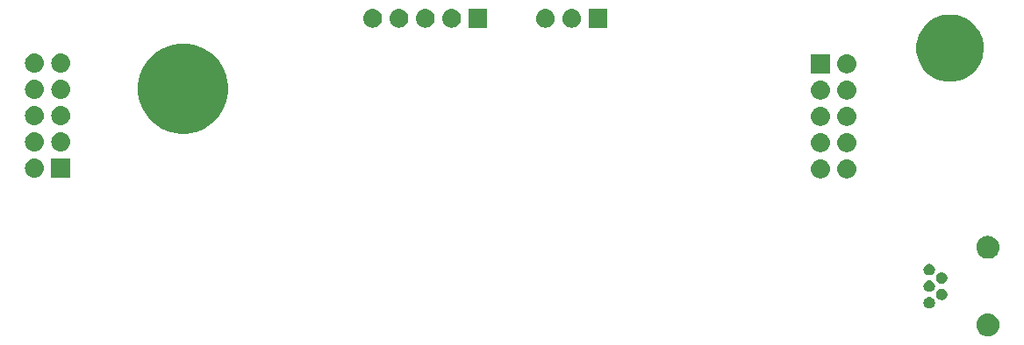
<source format=gbr>
G04 #@! TF.GenerationSoftware,KiCad,Pcbnew,(5.0.2)-1*
G04 #@! TF.CreationDate,2020-01-29T02:21:28+01:00*
G04 #@! TF.ProjectId,fan_controller,66616e5f-636f-46e7-9472-6f6c6c65722e,rev?*
G04 #@! TF.SameCoordinates,Original*
G04 #@! TF.FileFunction,Soldermask,Bot*
G04 #@! TF.FilePolarity,Negative*
%FSLAX46Y46*%
G04 Gerber Fmt 4.6, Leading zero omitted, Abs format (unit mm)*
G04 Created by KiCad (PCBNEW (5.0.2)-1) date 29.01.2020 02:21:28*
%MOMM*%
%LPD*%
G01*
G04 APERTURE LIST*
%ADD10C,0.100000*%
G04 APERTURE END LIST*
D10*
G36*
X130365830Y-63764930D02*
X130365833Y-63764931D01*
X130365834Y-63764931D01*
X130573373Y-63827887D01*
X130573375Y-63827888D01*
X130764644Y-63930123D01*
X130932291Y-64067709D01*
X131069877Y-64235356D01*
X131172112Y-64426625D01*
X131235070Y-64634170D01*
X131256327Y-64850000D01*
X131235070Y-65065830D01*
X131172112Y-65273375D01*
X131069877Y-65464644D01*
X130932291Y-65632291D01*
X130764644Y-65769877D01*
X130573375Y-65872112D01*
X130573373Y-65872113D01*
X130365834Y-65935069D01*
X130365833Y-65935069D01*
X130365830Y-65935070D01*
X130204089Y-65951000D01*
X130095911Y-65951000D01*
X129934170Y-65935070D01*
X129934167Y-65935069D01*
X129934166Y-65935069D01*
X129726627Y-65872113D01*
X129726625Y-65872112D01*
X129535356Y-65769877D01*
X129367709Y-65632291D01*
X129230123Y-65464644D01*
X129127888Y-65273375D01*
X129064930Y-65065830D01*
X129043673Y-64850000D01*
X129064930Y-64634170D01*
X129127888Y-64426625D01*
X129230123Y-64235356D01*
X129367709Y-64067709D01*
X129535356Y-63930123D01*
X129726625Y-63827888D01*
X129726627Y-63827887D01*
X129934166Y-63764931D01*
X129934167Y-63764931D01*
X129934170Y-63764930D01*
X130095911Y-63749000D01*
X130204089Y-63749000D01*
X130365830Y-63764930D01*
X130365830Y-63764930D01*
G37*
G36*
X124660721Y-62170174D02*
X124760995Y-62211709D01*
X124851245Y-62272012D01*
X124927988Y-62348755D01*
X124988291Y-62439005D01*
X125029826Y-62539279D01*
X125051000Y-62645730D01*
X125051000Y-62754270D01*
X125029826Y-62860721D01*
X124988291Y-62960995D01*
X124927988Y-63051245D01*
X124851245Y-63127988D01*
X124760995Y-63188291D01*
X124660721Y-63229826D01*
X124554270Y-63251000D01*
X124445730Y-63251000D01*
X124339279Y-63229826D01*
X124239005Y-63188291D01*
X124148755Y-63127988D01*
X124072012Y-63051245D01*
X124011709Y-62960995D01*
X123970174Y-62860721D01*
X123949000Y-62754270D01*
X123949000Y-62645730D01*
X123970174Y-62539279D01*
X124011709Y-62439005D01*
X124072012Y-62348755D01*
X124148755Y-62272012D01*
X124239005Y-62211709D01*
X124339279Y-62170174D01*
X124445730Y-62149000D01*
X124554270Y-62149000D01*
X124660721Y-62170174D01*
X124660721Y-62170174D01*
G37*
G36*
X125860721Y-61370174D02*
X125960995Y-61411709D01*
X126051245Y-61472012D01*
X126127988Y-61548755D01*
X126188291Y-61639005D01*
X126229826Y-61739279D01*
X126251000Y-61845730D01*
X126251000Y-61954270D01*
X126229826Y-62060721D01*
X126188291Y-62160995D01*
X126127988Y-62251245D01*
X126051245Y-62327988D01*
X125960995Y-62388291D01*
X125860721Y-62429826D01*
X125754270Y-62451000D01*
X125645730Y-62451000D01*
X125539279Y-62429826D01*
X125439005Y-62388291D01*
X125348755Y-62327988D01*
X125272012Y-62251245D01*
X125211709Y-62160995D01*
X125170174Y-62060721D01*
X125149000Y-61954270D01*
X125149000Y-61845730D01*
X125170174Y-61739279D01*
X125211709Y-61639005D01*
X125272012Y-61548755D01*
X125348755Y-61472012D01*
X125439005Y-61411709D01*
X125539279Y-61370174D01*
X125645730Y-61349000D01*
X125754270Y-61349000D01*
X125860721Y-61370174D01*
X125860721Y-61370174D01*
G37*
G36*
X124660721Y-60570174D02*
X124760995Y-60611709D01*
X124851245Y-60672012D01*
X124927988Y-60748755D01*
X124988291Y-60839005D01*
X125029826Y-60939279D01*
X125051000Y-61045730D01*
X125051000Y-61154270D01*
X125029826Y-61260721D01*
X124988291Y-61360995D01*
X124927988Y-61451245D01*
X124851245Y-61527988D01*
X124760995Y-61588291D01*
X124660721Y-61629826D01*
X124554270Y-61651000D01*
X124445730Y-61651000D01*
X124339279Y-61629826D01*
X124239005Y-61588291D01*
X124148755Y-61527988D01*
X124072012Y-61451245D01*
X124011709Y-61360995D01*
X123970174Y-61260721D01*
X123949000Y-61154270D01*
X123949000Y-61045730D01*
X123970174Y-60939279D01*
X124011709Y-60839005D01*
X124072012Y-60748755D01*
X124148755Y-60672012D01*
X124239005Y-60611709D01*
X124339279Y-60570174D01*
X124445730Y-60549000D01*
X124554270Y-60549000D01*
X124660721Y-60570174D01*
X124660721Y-60570174D01*
G37*
G36*
X125860721Y-59770174D02*
X125960995Y-59811709D01*
X126051245Y-59872012D01*
X126127988Y-59948755D01*
X126188291Y-60039005D01*
X126229826Y-60139279D01*
X126251000Y-60245730D01*
X126251000Y-60354270D01*
X126229826Y-60460721D01*
X126188291Y-60560995D01*
X126127988Y-60651245D01*
X126051245Y-60727988D01*
X125960995Y-60788291D01*
X125860721Y-60829826D01*
X125754270Y-60851000D01*
X125645730Y-60851000D01*
X125539279Y-60829826D01*
X125439005Y-60788291D01*
X125348755Y-60727988D01*
X125272012Y-60651245D01*
X125211709Y-60560995D01*
X125170174Y-60460721D01*
X125149000Y-60354270D01*
X125149000Y-60245730D01*
X125170174Y-60139279D01*
X125211709Y-60039005D01*
X125272012Y-59948755D01*
X125348755Y-59872012D01*
X125439005Y-59811709D01*
X125539279Y-59770174D01*
X125645730Y-59749000D01*
X125754270Y-59749000D01*
X125860721Y-59770174D01*
X125860721Y-59770174D01*
G37*
G36*
X124660721Y-58970174D02*
X124760995Y-59011709D01*
X124851245Y-59072012D01*
X124927988Y-59148755D01*
X124988291Y-59239005D01*
X125029826Y-59339279D01*
X125051000Y-59445730D01*
X125051000Y-59554270D01*
X125029826Y-59660721D01*
X124988291Y-59760995D01*
X124927988Y-59851245D01*
X124851245Y-59927988D01*
X124760995Y-59988291D01*
X124660721Y-60029826D01*
X124554270Y-60051000D01*
X124445730Y-60051000D01*
X124339279Y-60029826D01*
X124239005Y-59988291D01*
X124148755Y-59927988D01*
X124072012Y-59851245D01*
X124011709Y-59760995D01*
X123970174Y-59660721D01*
X123949000Y-59554270D01*
X123949000Y-59445730D01*
X123970174Y-59339279D01*
X124011709Y-59239005D01*
X124072012Y-59148755D01*
X124148755Y-59072012D01*
X124239005Y-59011709D01*
X124339279Y-58970174D01*
X124445730Y-58949000D01*
X124554270Y-58949000D01*
X124660721Y-58970174D01*
X124660721Y-58970174D01*
G37*
G36*
X130365830Y-56264930D02*
X130365833Y-56264931D01*
X130365834Y-56264931D01*
X130573373Y-56327887D01*
X130573375Y-56327888D01*
X130764644Y-56430123D01*
X130932291Y-56567709D01*
X131069877Y-56735356D01*
X131172112Y-56926625D01*
X131235070Y-57134170D01*
X131256327Y-57350000D01*
X131235070Y-57565830D01*
X131172112Y-57773375D01*
X131069877Y-57964644D01*
X130932291Y-58132291D01*
X130764644Y-58269877D01*
X130573375Y-58372112D01*
X130573373Y-58372113D01*
X130365834Y-58435069D01*
X130365833Y-58435069D01*
X130365830Y-58435070D01*
X130204089Y-58451000D01*
X130095911Y-58451000D01*
X129934170Y-58435070D01*
X129934167Y-58435069D01*
X129934166Y-58435069D01*
X129726627Y-58372113D01*
X129726625Y-58372112D01*
X129535356Y-58269877D01*
X129367709Y-58132291D01*
X129230123Y-57964644D01*
X129127888Y-57773375D01*
X129064930Y-57565830D01*
X129043673Y-57350000D01*
X129064930Y-57134170D01*
X129127888Y-56926625D01*
X129230123Y-56735356D01*
X129367709Y-56567709D01*
X129535356Y-56430123D01*
X129726625Y-56327888D01*
X129726627Y-56327887D01*
X129934166Y-56264931D01*
X129934167Y-56264931D01*
X129934170Y-56264930D01*
X130095911Y-56249000D01*
X130204089Y-56249000D01*
X130365830Y-56264930D01*
X130365830Y-56264930D01*
G37*
G36*
X114179294Y-48858633D02*
X114351694Y-48910931D01*
X114351696Y-48910932D01*
X114510583Y-48995859D01*
X114649849Y-49110151D01*
X114714901Y-49189417D01*
X114764140Y-49249416D01*
X114849069Y-49408306D01*
X114901367Y-49580706D01*
X114919025Y-49760000D01*
X114901367Y-49939294D01*
X114849069Y-50111694D01*
X114849068Y-50111696D01*
X114764141Y-50270583D01*
X114649849Y-50409849D01*
X114510583Y-50524141D01*
X114351696Y-50609068D01*
X114351694Y-50609069D01*
X114179294Y-50661367D01*
X114044931Y-50674600D01*
X113955069Y-50674600D01*
X113820706Y-50661367D01*
X113648306Y-50609069D01*
X113648304Y-50609068D01*
X113489417Y-50524141D01*
X113350151Y-50409849D01*
X113235859Y-50270583D01*
X113150932Y-50111696D01*
X113150931Y-50111694D01*
X113098633Y-49939294D01*
X113080975Y-49760000D01*
X113098633Y-49580706D01*
X113150931Y-49408306D01*
X113235860Y-49249416D01*
X113285100Y-49189417D01*
X113350151Y-49110151D01*
X113489417Y-48995859D01*
X113648304Y-48910932D01*
X113648306Y-48910931D01*
X113820706Y-48858633D01*
X113955069Y-48845400D01*
X114044931Y-48845400D01*
X114179294Y-48858633D01*
X114179294Y-48858633D01*
G37*
G36*
X116719294Y-48858633D02*
X116891694Y-48910931D01*
X116891696Y-48910932D01*
X117050583Y-48995859D01*
X117189849Y-49110151D01*
X117254901Y-49189417D01*
X117304140Y-49249416D01*
X117389069Y-49408306D01*
X117441367Y-49580706D01*
X117459025Y-49760000D01*
X117441367Y-49939294D01*
X117389069Y-50111694D01*
X117389068Y-50111696D01*
X117304141Y-50270583D01*
X117189849Y-50409849D01*
X117050583Y-50524141D01*
X116891696Y-50609068D01*
X116891694Y-50609069D01*
X116719294Y-50661367D01*
X116584931Y-50674600D01*
X116495069Y-50674600D01*
X116360706Y-50661367D01*
X116188306Y-50609069D01*
X116188304Y-50609068D01*
X116029417Y-50524141D01*
X115890151Y-50409849D01*
X115775859Y-50270583D01*
X115690932Y-50111696D01*
X115690931Y-50111694D01*
X115638633Y-49939294D01*
X115620975Y-49760000D01*
X115638633Y-49580706D01*
X115690931Y-49408306D01*
X115775860Y-49249416D01*
X115825100Y-49189417D01*
X115890151Y-49110151D01*
X116029417Y-48995859D01*
X116188304Y-48910932D01*
X116188306Y-48910931D01*
X116360706Y-48858633D01*
X116495069Y-48845400D01*
X116584931Y-48845400D01*
X116719294Y-48858633D01*
X116719294Y-48858633D01*
G37*
G36*
X38339294Y-48798633D02*
X38511694Y-48850931D01*
X38511696Y-48850932D01*
X38670583Y-48935859D01*
X38809849Y-49050151D01*
X38924141Y-49189417D01*
X39009068Y-49348304D01*
X39009069Y-49348306D01*
X39061367Y-49520706D01*
X39079025Y-49700000D01*
X39061367Y-49879294D01*
X39009069Y-50051694D01*
X39009068Y-50051696D01*
X38924141Y-50210583D01*
X38809849Y-50349849D01*
X38670583Y-50464141D01*
X38558333Y-50524140D01*
X38511694Y-50549069D01*
X38339294Y-50601367D01*
X38204931Y-50614600D01*
X38115069Y-50614600D01*
X37980706Y-50601367D01*
X37808306Y-50549069D01*
X37761667Y-50524140D01*
X37649417Y-50464141D01*
X37510151Y-50349849D01*
X37395859Y-50210583D01*
X37310932Y-50051696D01*
X37310931Y-50051694D01*
X37258633Y-49879294D01*
X37240975Y-49700000D01*
X37258633Y-49520706D01*
X37310931Y-49348306D01*
X37310932Y-49348304D01*
X37395859Y-49189417D01*
X37510151Y-49050151D01*
X37649417Y-48935859D01*
X37808304Y-48850932D01*
X37808306Y-48850931D01*
X37980706Y-48798633D01*
X38115069Y-48785400D01*
X38204931Y-48785400D01*
X38339294Y-48798633D01*
X38339294Y-48798633D01*
G37*
G36*
X41614600Y-50614600D02*
X39785400Y-50614600D01*
X39785400Y-48785400D01*
X41614600Y-48785400D01*
X41614600Y-50614600D01*
X41614600Y-50614600D01*
G37*
G36*
X116719294Y-46318633D02*
X116891694Y-46370931D01*
X116891696Y-46370932D01*
X117050583Y-46455859D01*
X117189849Y-46570151D01*
X117254901Y-46649417D01*
X117304140Y-46709416D01*
X117389069Y-46868306D01*
X117441367Y-47040706D01*
X117459025Y-47220000D01*
X117441367Y-47399294D01*
X117389069Y-47571694D01*
X117389068Y-47571696D01*
X117304141Y-47730583D01*
X117189849Y-47869849D01*
X117050583Y-47984141D01*
X116891696Y-48069068D01*
X116891694Y-48069069D01*
X116719294Y-48121367D01*
X116584931Y-48134600D01*
X116495069Y-48134600D01*
X116360706Y-48121367D01*
X116188306Y-48069069D01*
X116188304Y-48069068D01*
X116029417Y-47984141D01*
X115890151Y-47869849D01*
X115775859Y-47730583D01*
X115690932Y-47571696D01*
X115690931Y-47571694D01*
X115638633Y-47399294D01*
X115620975Y-47220000D01*
X115638633Y-47040706D01*
X115690931Y-46868306D01*
X115775860Y-46709416D01*
X115825100Y-46649417D01*
X115890151Y-46570151D01*
X116029417Y-46455859D01*
X116188304Y-46370932D01*
X116188306Y-46370931D01*
X116360706Y-46318633D01*
X116495069Y-46305400D01*
X116584931Y-46305400D01*
X116719294Y-46318633D01*
X116719294Y-46318633D01*
G37*
G36*
X114179294Y-46318633D02*
X114351694Y-46370931D01*
X114351696Y-46370932D01*
X114510583Y-46455859D01*
X114649849Y-46570151D01*
X114714901Y-46649417D01*
X114764140Y-46709416D01*
X114849069Y-46868306D01*
X114901367Y-47040706D01*
X114919025Y-47220000D01*
X114901367Y-47399294D01*
X114849069Y-47571694D01*
X114849068Y-47571696D01*
X114764141Y-47730583D01*
X114649849Y-47869849D01*
X114510583Y-47984141D01*
X114351696Y-48069068D01*
X114351694Y-48069069D01*
X114179294Y-48121367D01*
X114044931Y-48134600D01*
X113955069Y-48134600D01*
X113820706Y-48121367D01*
X113648306Y-48069069D01*
X113648304Y-48069068D01*
X113489417Y-47984141D01*
X113350151Y-47869849D01*
X113235859Y-47730583D01*
X113150932Y-47571696D01*
X113150931Y-47571694D01*
X113098633Y-47399294D01*
X113080975Y-47220000D01*
X113098633Y-47040706D01*
X113150931Y-46868306D01*
X113235860Y-46709416D01*
X113285100Y-46649417D01*
X113350151Y-46570151D01*
X113489417Y-46455859D01*
X113648304Y-46370932D01*
X113648306Y-46370931D01*
X113820706Y-46318633D01*
X113955069Y-46305400D01*
X114044931Y-46305400D01*
X114179294Y-46318633D01*
X114179294Y-46318633D01*
G37*
G36*
X40879294Y-46258633D02*
X41051694Y-46310931D01*
X41051696Y-46310932D01*
X41210583Y-46395859D01*
X41349849Y-46510151D01*
X41464141Y-46649417D01*
X41549068Y-46808304D01*
X41549069Y-46808306D01*
X41601367Y-46980706D01*
X41619025Y-47160000D01*
X41601367Y-47339294D01*
X41549069Y-47511694D01*
X41549068Y-47511696D01*
X41464141Y-47670583D01*
X41349849Y-47809849D01*
X41210583Y-47924141D01*
X41098333Y-47984140D01*
X41051694Y-48009069D01*
X40879294Y-48061367D01*
X40744931Y-48074600D01*
X40655069Y-48074600D01*
X40520706Y-48061367D01*
X40348306Y-48009069D01*
X40301667Y-47984140D01*
X40189417Y-47924141D01*
X40050151Y-47809849D01*
X39935859Y-47670583D01*
X39850932Y-47511696D01*
X39850931Y-47511694D01*
X39798633Y-47339294D01*
X39780975Y-47160000D01*
X39798633Y-46980706D01*
X39850931Y-46808306D01*
X39850932Y-46808304D01*
X39935859Y-46649417D01*
X40050151Y-46510151D01*
X40189417Y-46395859D01*
X40348304Y-46310932D01*
X40348306Y-46310931D01*
X40520706Y-46258633D01*
X40655069Y-46245400D01*
X40744931Y-46245400D01*
X40879294Y-46258633D01*
X40879294Y-46258633D01*
G37*
G36*
X38339294Y-46258633D02*
X38511694Y-46310931D01*
X38511696Y-46310932D01*
X38670583Y-46395859D01*
X38809849Y-46510151D01*
X38924141Y-46649417D01*
X39009068Y-46808304D01*
X39009069Y-46808306D01*
X39061367Y-46980706D01*
X39079025Y-47160000D01*
X39061367Y-47339294D01*
X39009069Y-47511694D01*
X39009068Y-47511696D01*
X38924141Y-47670583D01*
X38809849Y-47809849D01*
X38670583Y-47924141D01*
X38558333Y-47984140D01*
X38511694Y-48009069D01*
X38339294Y-48061367D01*
X38204931Y-48074600D01*
X38115069Y-48074600D01*
X37980706Y-48061367D01*
X37808306Y-48009069D01*
X37761667Y-47984140D01*
X37649417Y-47924141D01*
X37510151Y-47809849D01*
X37395859Y-47670583D01*
X37310932Y-47511696D01*
X37310931Y-47511694D01*
X37258633Y-47339294D01*
X37240975Y-47160000D01*
X37258633Y-46980706D01*
X37310931Y-46808306D01*
X37310932Y-46808304D01*
X37395859Y-46649417D01*
X37510151Y-46510151D01*
X37649417Y-46395859D01*
X37808304Y-46310932D01*
X37808306Y-46310931D01*
X37980706Y-46258633D01*
X38115069Y-46245400D01*
X38204931Y-46245400D01*
X38339294Y-46258633D01*
X38339294Y-46258633D01*
G37*
G36*
X53015670Y-37666332D02*
X53769140Y-37816206D01*
X54560972Y-38144193D01*
X55273601Y-38620357D01*
X55879643Y-39226399D01*
X56355807Y-39939028D01*
X56683794Y-40730860D01*
X56795199Y-41290932D01*
X56851000Y-41571463D01*
X56851000Y-42428537D01*
X56847928Y-42443980D01*
X56683794Y-43269140D01*
X56355807Y-44060972D01*
X55879643Y-44773601D01*
X55273601Y-45379643D01*
X54560972Y-45855807D01*
X53769140Y-46183794D01*
X53091256Y-46318633D01*
X52928537Y-46351000D01*
X52071463Y-46351000D01*
X51908744Y-46318633D01*
X51230860Y-46183794D01*
X50439028Y-45855807D01*
X49726399Y-45379643D01*
X49120357Y-44773601D01*
X48644193Y-44060972D01*
X48316206Y-43269140D01*
X48152072Y-42443980D01*
X48149000Y-42428537D01*
X48149000Y-41571463D01*
X48204801Y-41290932D01*
X48316206Y-40730860D01*
X48644193Y-39939028D01*
X49120357Y-39226399D01*
X49726399Y-38620357D01*
X50439028Y-38144193D01*
X51230860Y-37816206D01*
X51984330Y-37666332D01*
X52071463Y-37649000D01*
X52928537Y-37649000D01*
X53015670Y-37666332D01*
X53015670Y-37666332D01*
G37*
G36*
X116719294Y-43778633D02*
X116891694Y-43830931D01*
X116891696Y-43830932D01*
X117050583Y-43915859D01*
X117189849Y-44030151D01*
X117254901Y-44109417D01*
X117304140Y-44169416D01*
X117389069Y-44328306D01*
X117441367Y-44500706D01*
X117459025Y-44680000D01*
X117441367Y-44859294D01*
X117402418Y-44987688D01*
X117389068Y-45031696D01*
X117304141Y-45190583D01*
X117189849Y-45329849D01*
X117050583Y-45444141D01*
X116891696Y-45529068D01*
X116891694Y-45529069D01*
X116719294Y-45581367D01*
X116584931Y-45594600D01*
X116495069Y-45594600D01*
X116360706Y-45581367D01*
X116188306Y-45529069D01*
X116188304Y-45529068D01*
X116029417Y-45444141D01*
X115890151Y-45329849D01*
X115775859Y-45190583D01*
X115690932Y-45031696D01*
X115677582Y-44987688D01*
X115638633Y-44859294D01*
X115620975Y-44680000D01*
X115638633Y-44500706D01*
X115690931Y-44328306D01*
X115775860Y-44169416D01*
X115825100Y-44109417D01*
X115890151Y-44030151D01*
X116029417Y-43915859D01*
X116188304Y-43830932D01*
X116188306Y-43830931D01*
X116360706Y-43778633D01*
X116495069Y-43765400D01*
X116584931Y-43765400D01*
X116719294Y-43778633D01*
X116719294Y-43778633D01*
G37*
G36*
X114179294Y-43778633D02*
X114351694Y-43830931D01*
X114351696Y-43830932D01*
X114510583Y-43915859D01*
X114649849Y-44030151D01*
X114714901Y-44109417D01*
X114764140Y-44169416D01*
X114849069Y-44328306D01*
X114901367Y-44500706D01*
X114919025Y-44680000D01*
X114901367Y-44859294D01*
X114862418Y-44987688D01*
X114849068Y-45031696D01*
X114764141Y-45190583D01*
X114649849Y-45329849D01*
X114510583Y-45444141D01*
X114351696Y-45529068D01*
X114351694Y-45529069D01*
X114179294Y-45581367D01*
X114044931Y-45594600D01*
X113955069Y-45594600D01*
X113820706Y-45581367D01*
X113648306Y-45529069D01*
X113648304Y-45529068D01*
X113489417Y-45444141D01*
X113350151Y-45329849D01*
X113235859Y-45190583D01*
X113150932Y-45031696D01*
X113137582Y-44987688D01*
X113098633Y-44859294D01*
X113080975Y-44680000D01*
X113098633Y-44500706D01*
X113150931Y-44328306D01*
X113235860Y-44169416D01*
X113285100Y-44109417D01*
X113350151Y-44030151D01*
X113489417Y-43915859D01*
X113648304Y-43830932D01*
X113648306Y-43830931D01*
X113820706Y-43778633D01*
X113955069Y-43765400D01*
X114044931Y-43765400D01*
X114179294Y-43778633D01*
X114179294Y-43778633D01*
G37*
G36*
X40879294Y-43718633D02*
X41051694Y-43770931D01*
X41051696Y-43770932D01*
X41210583Y-43855859D01*
X41349849Y-43970151D01*
X41464141Y-44109417D01*
X41549068Y-44268304D01*
X41549069Y-44268306D01*
X41601367Y-44440706D01*
X41619025Y-44620000D01*
X41601367Y-44799294D01*
X41569109Y-44905631D01*
X41549068Y-44971696D01*
X41464141Y-45130583D01*
X41349849Y-45269849D01*
X41210583Y-45384141D01*
X41051696Y-45469068D01*
X41051694Y-45469069D01*
X40879294Y-45521367D01*
X40744931Y-45534600D01*
X40655069Y-45534600D01*
X40520706Y-45521367D01*
X40348306Y-45469069D01*
X40348304Y-45469068D01*
X40189417Y-45384141D01*
X40050151Y-45269849D01*
X39935859Y-45130583D01*
X39850932Y-44971696D01*
X39830891Y-44905631D01*
X39798633Y-44799294D01*
X39780975Y-44620000D01*
X39798633Y-44440706D01*
X39850931Y-44268306D01*
X39850932Y-44268304D01*
X39935859Y-44109417D01*
X40050151Y-43970151D01*
X40189417Y-43855859D01*
X40348304Y-43770932D01*
X40348306Y-43770931D01*
X40520706Y-43718633D01*
X40655069Y-43705400D01*
X40744931Y-43705400D01*
X40879294Y-43718633D01*
X40879294Y-43718633D01*
G37*
G36*
X38339294Y-43718633D02*
X38511694Y-43770931D01*
X38511696Y-43770932D01*
X38670583Y-43855859D01*
X38809849Y-43970151D01*
X38924141Y-44109417D01*
X39009068Y-44268304D01*
X39009069Y-44268306D01*
X39061367Y-44440706D01*
X39079025Y-44620000D01*
X39061367Y-44799294D01*
X39029109Y-44905631D01*
X39009068Y-44971696D01*
X38924141Y-45130583D01*
X38809849Y-45269849D01*
X38670583Y-45384141D01*
X38511696Y-45469068D01*
X38511694Y-45469069D01*
X38339294Y-45521367D01*
X38204931Y-45534600D01*
X38115069Y-45534600D01*
X37980706Y-45521367D01*
X37808306Y-45469069D01*
X37808304Y-45469068D01*
X37649417Y-45384141D01*
X37510151Y-45269849D01*
X37395859Y-45130583D01*
X37310932Y-44971696D01*
X37290891Y-44905631D01*
X37258633Y-44799294D01*
X37240975Y-44620000D01*
X37258633Y-44440706D01*
X37310931Y-44268306D01*
X37310932Y-44268304D01*
X37395859Y-44109417D01*
X37510151Y-43970151D01*
X37649417Y-43855859D01*
X37808304Y-43770932D01*
X37808306Y-43770931D01*
X37980706Y-43718633D01*
X38115069Y-43705400D01*
X38204931Y-43705400D01*
X38339294Y-43718633D01*
X38339294Y-43718633D01*
G37*
G36*
X114179294Y-41238633D02*
X114351694Y-41290931D01*
X114351696Y-41290932D01*
X114510583Y-41375859D01*
X114649849Y-41490151D01*
X114714901Y-41569417D01*
X114764140Y-41629416D01*
X114849069Y-41788306D01*
X114901367Y-41960706D01*
X114919025Y-42140000D01*
X114901367Y-42319294D01*
X114863543Y-42443980D01*
X114849068Y-42491696D01*
X114764141Y-42650583D01*
X114649849Y-42789849D01*
X114510583Y-42904141D01*
X114351696Y-42989068D01*
X114351694Y-42989069D01*
X114179294Y-43041367D01*
X114044931Y-43054600D01*
X113955069Y-43054600D01*
X113820706Y-43041367D01*
X113648306Y-42989069D01*
X113648304Y-42989068D01*
X113489417Y-42904141D01*
X113350151Y-42789849D01*
X113235859Y-42650583D01*
X113150932Y-42491696D01*
X113136457Y-42443980D01*
X113098633Y-42319294D01*
X113080975Y-42140000D01*
X113098633Y-41960706D01*
X113150931Y-41788306D01*
X113235860Y-41629416D01*
X113285100Y-41569417D01*
X113350151Y-41490151D01*
X113489417Y-41375859D01*
X113648304Y-41290932D01*
X113648306Y-41290931D01*
X113820706Y-41238633D01*
X113955069Y-41225400D01*
X114044931Y-41225400D01*
X114179294Y-41238633D01*
X114179294Y-41238633D01*
G37*
G36*
X116719294Y-41238633D02*
X116891694Y-41290931D01*
X116891696Y-41290932D01*
X117050583Y-41375859D01*
X117189849Y-41490151D01*
X117254901Y-41569417D01*
X117304140Y-41629416D01*
X117389069Y-41788306D01*
X117441367Y-41960706D01*
X117459025Y-42140000D01*
X117441367Y-42319294D01*
X117403543Y-42443980D01*
X117389068Y-42491696D01*
X117304141Y-42650583D01*
X117189849Y-42789849D01*
X117050583Y-42904141D01*
X116891696Y-42989068D01*
X116891694Y-42989069D01*
X116719294Y-43041367D01*
X116584931Y-43054600D01*
X116495069Y-43054600D01*
X116360706Y-43041367D01*
X116188306Y-42989069D01*
X116188304Y-42989068D01*
X116029417Y-42904141D01*
X115890151Y-42789849D01*
X115775859Y-42650583D01*
X115690932Y-42491696D01*
X115676457Y-42443980D01*
X115638633Y-42319294D01*
X115620975Y-42140000D01*
X115638633Y-41960706D01*
X115690931Y-41788306D01*
X115775860Y-41629416D01*
X115825100Y-41569417D01*
X115890151Y-41490151D01*
X116029417Y-41375859D01*
X116188304Y-41290932D01*
X116188306Y-41290931D01*
X116360706Y-41238633D01*
X116495069Y-41225400D01*
X116584931Y-41225400D01*
X116719294Y-41238633D01*
X116719294Y-41238633D01*
G37*
G36*
X38339294Y-41178633D02*
X38511694Y-41230931D01*
X38511696Y-41230932D01*
X38670583Y-41315859D01*
X38809849Y-41430151D01*
X38924141Y-41569417D01*
X38983586Y-41680631D01*
X39009069Y-41728306D01*
X39061367Y-41900706D01*
X39079025Y-42080000D01*
X39061367Y-42259294D01*
X39009069Y-42431694D01*
X39009068Y-42431696D01*
X38924141Y-42590583D01*
X38809849Y-42729849D01*
X38670583Y-42844141D01*
X38558333Y-42904140D01*
X38511694Y-42929069D01*
X38339294Y-42981367D01*
X38204931Y-42994600D01*
X38115069Y-42994600D01*
X37980706Y-42981367D01*
X37808306Y-42929069D01*
X37761667Y-42904140D01*
X37649417Y-42844141D01*
X37510151Y-42729849D01*
X37395859Y-42590583D01*
X37310932Y-42431696D01*
X37310931Y-42431694D01*
X37258633Y-42259294D01*
X37240975Y-42080000D01*
X37258633Y-41900706D01*
X37310931Y-41728306D01*
X37336414Y-41680631D01*
X37395859Y-41569417D01*
X37510151Y-41430151D01*
X37649417Y-41315859D01*
X37808304Y-41230932D01*
X37808306Y-41230931D01*
X37980706Y-41178633D01*
X38115069Y-41165400D01*
X38204931Y-41165400D01*
X38339294Y-41178633D01*
X38339294Y-41178633D01*
G37*
G36*
X40879294Y-41178633D02*
X41051694Y-41230931D01*
X41051696Y-41230932D01*
X41210583Y-41315859D01*
X41349849Y-41430151D01*
X41464141Y-41569417D01*
X41523586Y-41680631D01*
X41549069Y-41728306D01*
X41601367Y-41900706D01*
X41619025Y-42080000D01*
X41601367Y-42259294D01*
X41549069Y-42431694D01*
X41549068Y-42431696D01*
X41464141Y-42590583D01*
X41349849Y-42729849D01*
X41210583Y-42844141D01*
X41098333Y-42904140D01*
X41051694Y-42929069D01*
X40879294Y-42981367D01*
X40744931Y-42994600D01*
X40655069Y-42994600D01*
X40520706Y-42981367D01*
X40348306Y-42929069D01*
X40301667Y-42904140D01*
X40189417Y-42844141D01*
X40050151Y-42729849D01*
X39935859Y-42590583D01*
X39850932Y-42431696D01*
X39850931Y-42431694D01*
X39798633Y-42259294D01*
X39780975Y-42080000D01*
X39798633Y-41900706D01*
X39850931Y-41728306D01*
X39876414Y-41680631D01*
X39935859Y-41569417D01*
X40050151Y-41430151D01*
X40189417Y-41315859D01*
X40348304Y-41230932D01*
X40348306Y-41230931D01*
X40520706Y-41178633D01*
X40655069Y-41165400D01*
X40744931Y-41165400D01*
X40879294Y-41178633D01*
X40879294Y-41178633D01*
G37*
G36*
X127134239Y-34911467D02*
X127448282Y-34973934D01*
X128039926Y-35219001D01*
X128329523Y-35412504D01*
X128572395Y-35574786D01*
X129025214Y-36027605D01*
X129025216Y-36027608D01*
X129380999Y-36560074D01*
X129502724Y-36853944D01*
X129626066Y-37151719D01*
X129751000Y-37779803D01*
X129751000Y-38420197D01*
X129697147Y-38690932D01*
X129626066Y-39048282D01*
X129380999Y-39639926D01*
X129066515Y-40110584D01*
X129025214Y-40172395D01*
X128572395Y-40625214D01*
X128572392Y-40625216D01*
X128039926Y-40980999D01*
X127448282Y-41226066D01*
X127385103Y-41238633D01*
X126820197Y-41351000D01*
X126179803Y-41351000D01*
X125614897Y-41238633D01*
X125551718Y-41226066D01*
X124960074Y-40980999D01*
X124427608Y-40625216D01*
X124427605Y-40625214D01*
X123974786Y-40172395D01*
X123933485Y-40110584D01*
X123619001Y-39639926D01*
X123373934Y-39048282D01*
X123302853Y-38690932D01*
X123249000Y-38420197D01*
X123249000Y-37779803D01*
X123373934Y-37151719D01*
X123497276Y-36853944D01*
X123619001Y-36560074D01*
X123974784Y-36027608D01*
X123974786Y-36027605D01*
X124427605Y-35574786D01*
X124670477Y-35412504D01*
X124960074Y-35219001D01*
X125551718Y-34973934D01*
X125865761Y-34911467D01*
X126179803Y-34849000D01*
X126820197Y-34849000D01*
X127134239Y-34911467D01*
X127134239Y-34911467D01*
G37*
G36*
X114914600Y-40514600D02*
X113085400Y-40514600D01*
X113085400Y-38685400D01*
X114914600Y-38685400D01*
X114914600Y-40514600D01*
X114914600Y-40514600D01*
G37*
G36*
X116719294Y-38698633D02*
X116891694Y-38750931D01*
X116891696Y-38750932D01*
X117050583Y-38835859D01*
X117189849Y-38950151D01*
X117304141Y-39089417D01*
X117383472Y-39237834D01*
X117389069Y-39248306D01*
X117441367Y-39420706D01*
X117459025Y-39600000D01*
X117441367Y-39779294D01*
X117389069Y-39951694D01*
X117389068Y-39951696D01*
X117304141Y-40110583D01*
X117189849Y-40249849D01*
X117050583Y-40364141D01*
X116891696Y-40449068D01*
X116891694Y-40449069D01*
X116719294Y-40501367D01*
X116584931Y-40514600D01*
X116495069Y-40514600D01*
X116360706Y-40501367D01*
X116188306Y-40449069D01*
X116188304Y-40449068D01*
X116029417Y-40364141D01*
X115890151Y-40249849D01*
X115775859Y-40110583D01*
X115690932Y-39951696D01*
X115690931Y-39951694D01*
X115638633Y-39779294D01*
X115620975Y-39600000D01*
X115638633Y-39420706D01*
X115690931Y-39248306D01*
X115696528Y-39237834D01*
X115775859Y-39089417D01*
X115890151Y-38950151D01*
X116029417Y-38835859D01*
X116188304Y-38750932D01*
X116188306Y-38750931D01*
X116360706Y-38698633D01*
X116495069Y-38685400D01*
X116584931Y-38685400D01*
X116719294Y-38698633D01*
X116719294Y-38698633D01*
G37*
G36*
X38339294Y-38638633D02*
X38511694Y-38690931D01*
X38511696Y-38690932D01*
X38670583Y-38775859D01*
X38809849Y-38890151D01*
X38924141Y-39029417D01*
X38996158Y-39164152D01*
X39009069Y-39188306D01*
X39061367Y-39360706D01*
X39079025Y-39540000D01*
X39061367Y-39719294D01*
X39016949Y-39865717D01*
X39009068Y-39891696D01*
X38924141Y-40050583D01*
X38809849Y-40189849D01*
X38670583Y-40304141D01*
X38558333Y-40364140D01*
X38511694Y-40389069D01*
X38339294Y-40441367D01*
X38204931Y-40454600D01*
X38115069Y-40454600D01*
X37980706Y-40441367D01*
X37808306Y-40389069D01*
X37761667Y-40364140D01*
X37649417Y-40304141D01*
X37510151Y-40189849D01*
X37395859Y-40050583D01*
X37310932Y-39891696D01*
X37303051Y-39865717D01*
X37258633Y-39719294D01*
X37240975Y-39540000D01*
X37258633Y-39360706D01*
X37310931Y-39188306D01*
X37323842Y-39164152D01*
X37395859Y-39029417D01*
X37510151Y-38890151D01*
X37649417Y-38775859D01*
X37808304Y-38690932D01*
X37808306Y-38690931D01*
X37980706Y-38638633D01*
X38115069Y-38625400D01*
X38204931Y-38625400D01*
X38339294Y-38638633D01*
X38339294Y-38638633D01*
G37*
G36*
X40879294Y-38638633D02*
X41051694Y-38690931D01*
X41051696Y-38690932D01*
X41210583Y-38775859D01*
X41349849Y-38890151D01*
X41464141Y-39029417D01*
X41536158Y-39164152D01*
X41549069Y-39188306D01*
X41601367Y-39360706D01*
X41619025Y-39540000D01*
X41601367Y-39719294D01*
X41556949Y-39865717D01*
X41549068Y-39891696D01*
X41464141Y-40050583D01*
X41349849Y-40189849D01*
X41210583Y-40304141D01*
X41098333Y-40364140D01*
X41051694Y-40389069D01*
X40879294Y-40441367D01*
X40744931Y-40454600D01*
X40655069Y-40454600D01*
X40520706Y-40441367D01*
X40348306Y-40389069D01*
X40301667Y-40364140D01*
X40189417Y-40304141D01*
X40050151Y-40189849D01*
X39935859Y-40050583D01*
X39850932Y-39891696D01*
X39843051Y-39865717D01*
X39798633Y-39719294D01*
X39780975Y-39540000D01*
X39798633Y-39360706D01*
X39850931Y-39188306D01*
X39863842Y-39164152D01*
X39935859Y-39029417D01*
X40050151Y-38890151D01*
X40189417Y-38775859D01*
X40348304Y-38690932D01*
X40348306Y-38690931D01*
X40520706Y-38638633D01*
X40655069Y-38625400D01*
X40744931Y-38625400D01*
X40879294Y-38638633D01*
X40879294Y-38638633D01*
G37*
G36*
X87562643Y-34309919D02*
X87628827Y-34316437D01*
X87742053Y-34350784D01*
X87798667Y-34367957D01*
X87937287Y-34442052D01*
X87955191Y-34451622D01*
X87990929Y-34480952D01*
X88092386Y-34564214D01*
X88175648Y-34665671D01*
X88204978Y-34701409D01*
X88204979Y-34701411D01*
X88288643Y-34857933D01*
X88288643Y-34857934D01*
X88340163Y-35027773D01*
X88357559Y-35204400D01*
X88340163Y-35381027D01*
X88308207Y-35486371D01*
X88288643Y-35550867D01*
X88232672Y-35655580D01*
X88204978Y-35707391D01*
X88175648Y-35743129D01*
X88092386Y-35844586D01*
X87990929Y-35927848D01*
X87955191Y-35957178D01*
X87955189Y-35957179D01*
X87798667Y-36040843D01*
X87742053Y-36058016D01*
X87628827Y-36092363D01*
X87562642Y-36098882D01*
X87496460Y-36105400D01*
X87407940Y-36105400D01*
X87341758Y-36098882D01*
X87275573Y-36092363D01*
X87162347Y-36058016D01*
X87105733Y-36040843D01*
X86949211Y-35957179D01*
X86949209Y-35957178D01*
X86913471Y-35927848D01*
X86812014Y-35844586D01*
X86728752Y-35743129D01*
X86699422Y-35707391D01*
X86671728Y-35655580D01*
X86615757Y-35550867D01*
X86596193Y-35486371D01*
X86564237Y-35381027D01*
X86546841Y-35204400D01*
X86564237Y-35027773D01*
X86615757Y-34857934D01*
X86615757Y-34857933D01*
X86699421Y-34701411D01*
X86699422Y-34701409D01*
X86728752Y-34665671D01*
X86812014Y-34564214D01*
X86913471Y-34480952D01*
X86949209Y-34451622D01*
X86967113Y-34442052D01*
X87105733Y-34367957D01*
X87162347Y-34350784D01*
X87275573Y-34316437D01*
X87341757Y-34309919D01*
X87407940Y-34303400D01*
X87496460Y-34303400D01*
X87562643Y-34309919D01*
X87562643Y-34309919D01*
G37*
G36*
X81850800Y-36105400D02*
X80048800Y-36105400D01*
X80048800Y-34303400D01*
X81850800Y-34303400D01*
X81850800Y-36105400D01*
X81850800Y-36105400D01*
G37*
G36*
X78520243Y-34309919D02*
X78586427Y-34316437D01*
X78699653Y-34350784D01*
X78756267Y-34367957D01*
X78894887Y-34442052D01*
X78912791Y-34451622D01*
X78948529Y-34480952D01*
X79049986Y-34564214D01*
X79133248Y-34665671D01*
X79162578Y-34701409D01*
X79162579Y-34701411D01*
X79246243Y-34857933D01*
X79246243Y-34857934D01*
X79297763Y-35027773D01*
X79315159Y-35204400D01*
X79297763Y-35381027D01*
X79265807Y-35486371D01*
X79246243Y-35550867D01*
X79190272Y-35655580D01*
X79162578Y-35707391D01*
X79133248Y-35743129D01*
X79049986Y-35844586D01*
X78948529Y-35927848D01*
X78912791Y-35957178D01*
X78912789Y-35957179D01*
X78756267Y-36040843D01*
X78699653Y-36058016D01*
X78586427Y-36092363D01*
X78520242Y-36098882D01*
X78454060Y-36105400D01*
X78365540Y-36105400D01*
X78299358Y-36098882D01*
X78233173Y-36092363D01*
X78119947Y-36058016D01*
X78063333Y-36040843D01*
X77906811Y-35957179D01*
X77906809Y-35957178D01*
X77871071Y-35927848D01*
X77769614Y-35844586D01*
X77686352Y-35743129D01*
X77657022Y-35707391D01*
X77629328Y-35655580D01*
X77573357Y-35550867D01*
X77553793Y-35486371D01*
X77521837Y-35381027D01*
X77504441Y-35204400D01*
X77521837Y-35027773D01*
X77573357Y-34857934D01*
X77573357Y-34857933D01*
X77657021Y-34701411D01*
X77657022Y-34701409D01*
X77686352Y-34665671D01*
X77769614Y-34564214D01*
X77871071Y-34480952D01*
X77906809Y-34451622D01*
X77924713Y-34442052D01*
X78063333Y-34367957D01*
X78119947Y-34350784D01*
X78233173Y-34316437D01*
X78299357Y-34309919D01*
X78365540Y-34303400D01*
X78454060Y-34303400D01*
X78520243Y-34309919D01*
X78520243Y-34309919D01*
G37*
G36*
X75980243Y-34309919D02*
X76046427Y-34316437D01*
X76159653Y-34350784D01*
X76216267Y-34367957D01*
X76354887Y-34442052D01*
X76372791Y-34451622D01*
X76408529Y-34480952D01*
X76509986Y-34564214D01*
X76593248Y-34665671D01*
X76622578Y-34701409D01*
X76622579Y-34701411D01*
X76706243Y-34857933D01*
X76706243Y-34857934D01*
X76757763Y-35027773D01*
X76775159Y-35204400D01*
X76757763Y-35381027D01*
X76725807Y-35486371D01*
X76706243Y-35550867D01*
X76650272Y-35655580D01*
X76622578Y-35707391D01*
X76593248Y-35743129D01*
X76509986Y-35844586D01*
X76408529Y-35927848D01*
X76372791Y-35957178D01*
X76372789Y-35957179D01*
X76216267Y-36040843D01*
X76159653Y-36058016D01*
X76046427Y-36092363D01*
X75980242Y-36098882D01*
X75914060Y-36105400D01*
X75825540Y-36105400D01*
X75759358Y-36098882D01*
X75693173Y-36092363D01*
X75579947Y-36058016D01*
X75523333Y-36040843D01*
X75366811Y-35957179D01*
X75366809Y-35957178D01*
X75331071Y-35927848D01*
X75229614Y-35844586D01*
X75146352Y-35743129D01*
X75117022Y-35707391D01*
X75089328Y-35655580D01*
X75033357Y-35550867D01*
X75013793Y-35486371D01*
X74981837Y-35381027D01*
X74964441Y-35204400D01*
X74981837Y-35027773D01*
X75033357Y-34857934D01*
X75033357Y-34857933D01*
X75117021Y-34701411D01*
X75117022Y-34701409D01*
X75146352Y-34665671D01*
X75229614Y-34564214D01*
X75331071Y-34480952D01*
X75366809Y-34451622D01*
X75384713Y-34442052D01*
X75523333Y-34367957D01*
X75579947Y-34350784D01*
X75693173Y-34316437D01*
X75759357Y-34309919D01*
X75825540Y-34303400D01*
X75914060Y-34303400D01*
X75980243Y-34309919D01*
X75980243Y-34309919D01*
G37*
G36*
X73440243Y-34309919D02*
X73506427Y-34316437D01*
X73619653Y-34350784D01*
X73676267Y-34367957D01*
X73814887Y-34442052D01*
X73832791Y-34451622D01*
X73868529Y-34480952D01*
X73969986Y-34564214D01*
X74053248Y-34665671D01*
X74082578Y-34701409D01*
X74082579Y-34701411D01*
X74166243Y-34857933D01*
X74166243Y-34857934D01*
X74217763Y-35027773D01*
X74235159Y-35204400D01*
X74217763Y-35381027D01*
X74185807Y-35486371D01*
X74166243Y-35550867D01*
X74110272Y-35655580D01*
X74082578Y-35707391D01*
X74053248Y-35743129D01*
X73969986Y-35844586D01*
X73868529Y-35927848D01*
X73832791Y-35957178D01*
X73832789Y-35957179D01*
X73676267Y-36040843D01*
X73619653Y-36058016D01*
X73506427Y-36092363D01*
X73440242Y-36098882D01*
X73374060Y-36105400D01*
X73285540Y-36105400D01*
X73219358Y-36098882D01*
X73153173Y-36092363D01*
X73039947Y-36058016D01*
X72983333Y-36040843D01*
X72826811Y-35957179D01*
X72826809Y-35957178D01*
X72791071Y-35927848D01*
X72689614Y-35844586D01*
X72606352Y-35743129D01*
X72577022Y-35707391D01*
X72549328Y-35655580D01*
X72493357Y-35550867D01*
X72473793Y-35486371D01*
X72441837Y-35381027D01*
X72424441Y-35204400D01*
X72441837Y-35027773D01*
X72493357Y-34857934D01*
X72493357Y-34857933D01*
X72577021Y-34701411D01*
X72577022Y-34701409D01*
X72606352Y-34665671D01*
X72689614Y-34564214D01*
X72791071Y-34480952D01*
X72826809Y-34451622D01*
X72844713Y-34442052D01*
X72983333Y-34367957D01*
X73039947Y-34350784D01*
X73153173Y-34316437D01*
X73219357Y-34309919D01*
X73285540Y-34303400D01*
X73374060Y-34303400D01*
X73440243Y-34309919D01*
X73440243Y-34309919D01*
G37*
G36*
X70900243Y-34309919D02*
X70966427Y-34316437D01*
X71079653Y-34350784D01*
X71136267Y-34367957D01*
X71274887Y-34442052D01*
X71292791Y-34451622D01*
X71328529Y-34480952D01*
X71429986Y-34564214D01*
X71513248Y-34665671D01*
X71542578Y-34701409D01*
X71542579Y-34701411D01*
X71626243Y-34857933D01*
X71626243Y-34857934D01*
X71677763Y-35027773D01*
X71695159Y-35204400D01*
X71677763Y-35381027D01*
X71645807Y-35486371D01*
X71626243Y-35550867D01*
X71570272Y-35655580D01*
X71542578Y-35707391D01*
X71513248Y-35743129D01*
X71429986Y-35844586D01*
X71328529Y-35927848D01*
X71292791Y-35957178D01*
X71292789Y-35957179D01*
X71136267Y-36040843D01*
X71079653Y-36058016D01*
X70966427Y-36092363D01*
X70900242Y-36098882D01*
X70834060Y-36105400D01*
X70745540Y-36105400D01*
X70679358Y-36098882D01*
X70613173Y-36092363D01*
X70499947Y-36058016D01*
X70443333Y-36040843D01*
X70286811Y-35957179D01*
X70286809Y-35957178D01*
X70251071Y-35927848D01*
X70149614Y-35844586D01*
X70066352Y-35743129D01*
X70037022Y-35707391D01*
X70009328Y-35655580D01*
X69953357Y-35550867D01*
X69933793Y-35486371D01*
X69901837Y-35381027D01*
X69884441Y-35204400D01*
X69901837Y-35027773D01*
X69953357Y-34857934D01*
X69953357Y-34857933D01*
X70037021Y-34701411D01*
X70037022Y-34701409D01*
X70066352Y-34665671D01*
X70149614Y-34564214D01*
X70251071Y-34480952D01*
X70286809Y-34451622D01*
X70304713Y-34442052D01*
X70443333Y-34367957D01*
X70499947Y-34350784D01*
X70613173Y-34316437D01*
X70679357Y-34309919D01*
X70745540Y-34303400D01*
X70834060Y-34303400D01*
X70900243Y-34309919D01*
X70900243Y-34309919D01*
G37*
G36*
X90102643Y-34309919D02*
X90168827Y-34316437D01*
X90282053Y-34350784D01*
X90338667Y-34367957D01*
X90477287Y-34442052D01*
X90495191Y-34451622D01*
X90530929Y-34480952D01*
X90632386Y-34564214D01*
X90715648Y-34665671D01*
X90744978Y-34701409D01*
X90744979Y-34701411D01*
X90828643Y-34857933D01*
X90828643Y-34857934D01*
X90880163Y-35027773D01*
X90897559Y-35204400D01*
X90880163Y-35381027D01*
X90848207Y-35486371D01*
X90828643Y-35550867D01*
X90772672Y-35655580D01*
X90744978Y-35707391D01*
X90715648Y-35743129D01*
X90632386Y-35844586D01*
X90530929Y-35927848D01*
X90495191Y-35957178D01*
X90495189Y-35957179D01*
X90338667Y-36040843D01*
X90282053Y-36058016D01*
X90168827Y-36092363D01*
X90102642Y-36098882D01*
X90036460Y-36105400D01*
X89947940Y-36105400D01*
X89881758Y-36098882D01*
X89815573Y-36092363D01*
X89702347Y-36058016D01*
X89645733Y-36040843D01*
X89489211Y-35957179D01*
X89489209Y-35957178D01*
X89453471Y-35927848D01*
X89352014Y-35844586D01*
X89268752Y-35743129D01*
X89239422Y-35707391D01*
X89211728Y-35655580D01*
X89155757Y-35550867D01*
X89136193Y-35486371D01*
X89104237Y-35381027D01*
X89086841Y-35204400D01*
X89104237Y-35027773D01*
X89155757Y-34857934D01*
X89155757Y-34857933D01*
X89239421Y-34701411D01*
X89239422Y-34701409D01*
X89268752Y-34665671D01*
X89352014Y-34564214D01*
X89453471Y-34480952D01*
X89489209Y-34451622D01*
X89507113Y-34442052D01*
X89645733Y-34367957D01*
X89702347Y-34350784D01*
X89815573Y-34316437D01*
X89881757Y-34309919D01*
X89947940Y-34303400D01*
X90036460Y-34303400D01*
X90102643Y-34309919D01*
X90102643Y-34309919D01*
G37*
G36*
X93433200Y-36105400D02*
X91631200Y-36105400D01*
X91631200Y-34303400D01*
X93433200Y-34303400D01*
X93433200Y-36105400D01*
X93433200Y-36105400D01*
G37*
M02*

</source>
